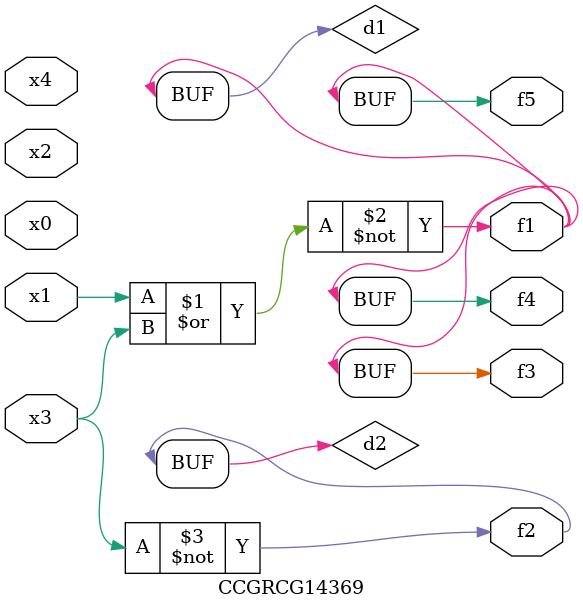
<source format=v>
module CCGRCG14369(
	input x0, x1, x2, x3, x4,
	output f1, f2, f3, f4, f5
);

	wire d1, d2;

	nor (d1, x1, x3);
	not (d2, x3);
	assign f1 = d1;
	assign f2 = d2;
	assign f3 = d1;
	assign f4 = d1;
	assign f5 = d1;
endmodule

</source>
